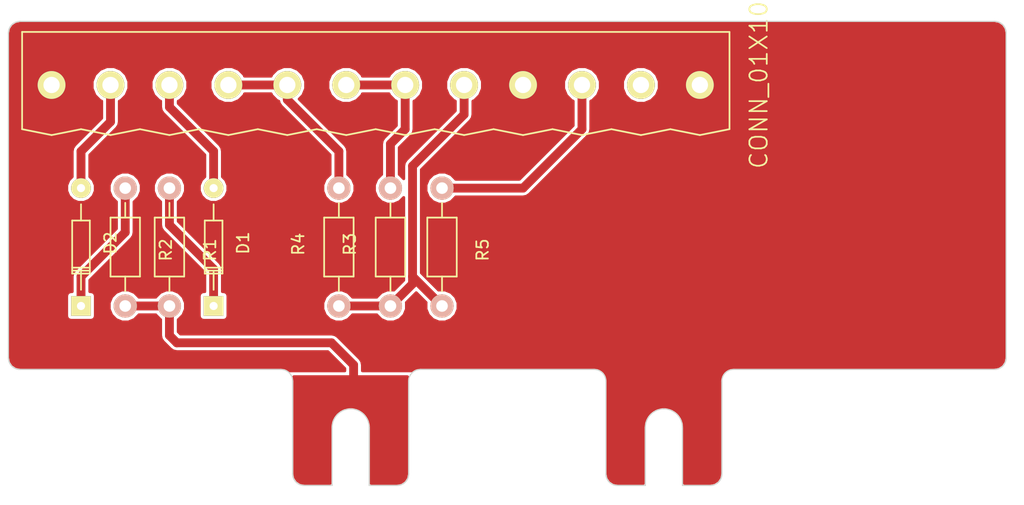
<source format=kicad_pcb>
(kicad_pcb (version 4) (host pcbnew 4.0.2+dfsg1-stable)

  (general
    (links 15)
    (no_connects 0)
    (area 104.775 62.906 193.040001 106.680001)
    (thickness 1.6)
    (drawings 32)
    (tracks 36)
    (zones 0)
    (modules 8)
    (nets 12)
  )

  (page A4)
  (layers
    (0 F.Cu signal)
    (31 B.Cu signal hide)
    (32 B.Adhes user hide)
    (33 F.Adhes user hide)
    (34 B.Paste user hide)
    (35 F.Paste user hide)
    (36 B.SilkS user hide)
    (37 F.SilkS user)
    (38 B.Mask user hide)
    (39 F.Mask user)
    (40 Dwgs.User user hide)
    (41 Cmts.User user hide)
    (42 Eco1.User user hide)
    (43 Eco2.User user hide)
    (44 Edge.Cuts user)
    (45 Margin user hide)
    (46 B.CrtYd user hide)
    (47 F.CrtYd user hide)
    (48 B.Fab user hide)
    (49 F.Fab user hide)
  )

  (setup
    (last_trace_width 0.762)
    (trace_clearance 0.254)
    (zone_clearance 0)
    (zone_45_only no)
    (trace_min 0.2)
    (segment_width 0.2)
    (edge_width 0.15)
    (via_size 0.6)
    (via_drill 0.4)
    (via_min_size 0.4)
    (via_min_drill 0.3)
    (uvia_size 0.3)
    (uvia_drill 0.1)
    (uvias_allowed no)
    (uvia_min_size 0.2)
    (uvia_min_drill 0.1)
    (pcb_text_width 0.3)
    (pcb_text_size 1.5 1.5)
    (mod_edge_width 0.15)
    (mod_text_size 1 1)
    (mod_text_width 0.15)
    (pad_size 1.524 1.524)
    (pad_drill 0.762)
    (pad_to_mask_clearance 0.2)
    (aux_axis_origin 0 0)
    (visible_elements FFFFFF7F)
    (pcbplotparams
      (layerselection 0x00000_00000001)
      (usegerberextensions false)
      (excludeedgelayer true)
      (linewidth 0.100000)
      (plotframeref false)
      (viasonmask false)
      (mode 1)
      (useauxorigin false)
      (hpglpennumber 1)
      (hpglpenspeed 20)
      (hpglpendiameter 15)
      (hpglpenoverlay 2)
      (psnegative false)
      (psa4output false)
      (plotreference true)
      (plotvalue true)
      (plotinvisibletext false)
      (padsonsilk false)
      (subtractmaskfromsilk false)
      (outputformat 1)
      (mirror false)
      (drillshape 0)
      (scaleselection 1)
      (outputdirectory output/))
  )

  (net 0 "")
  (net 1 EN2)
  (net 2 "Net-(D1-Pad1)")
  (net 3 EN1)
  (net 4 "Net-(D2-Pad1)")
  (net 5 LED2)
  (net 6 LED1)
  (net 7 GND)
  (net 8 24V)
  (net 9 FB2)
  (net 10 FB1)
  (net 11 SSR)

  (net_class Default "This is the default net class."
    (clearance 0.254)
    (trace_width 0.762)
    (via_dia 0.6)
    (via_drill 0.4)
    (uvia_dia 0.3)
    (uvia_drill 0.1)
    (add_net 24V)
    (add_net EN1)
    (add_net EN2)
    (add_net FB1)
    (add_net FB2)
    (add_net GND)
    (add_net LED1)
    (add_net LED2)
    (add_net "Net-(D1-Pad1)")
    (add_net "Net-(D2-Pad1)")
    (add_net SSR)
  )

  (module Diodes_ThroughHole:Diode_DO-35_SOD27_Horizontal_RM10 (layer F.Cu) (tedit 552FFC30) (tstamp 5D910654)
    (at 123.19 89.535 90)
    (descr "Diode, DO-35,  SOD27, Horizontal, RM 10mm")
    (tags "Diode, DO-35, SOD27, Horizontal, RM 10mm, 1N4148,")
    (path /5D8E3D98)
    (fp_text reference D1 (at 5.43052 2.53746 90) (layer F.SilkS)
      (effects (font (size 1 1) (thickness 0.15)))
    )
    (fp_text value D (at 4.41452 -3.55854 90) (layer F.Fab)
      (effects (font (size 1 1) (thickness 0.15)))
    )
    (fp_line (start 7.36652 -0.00254) (end 8.76352 -0.00254) (layer F.SilkS) (width 0.15))
    (fp_line (start 2.92152 -0.00254) (end 1.39752 -0.00254) (layer F.SilkS) (width 0.15))
    (fp_line (start 3.30252 -0.76454) (end 3.30252 0.75946) (layer F.SilkS) (width 0.15))
    (fp_line (start 3.04852 -0.76454) (end 3.04852 0.75946) (layer F.SilkS) (width 0.15))
    (fp_line (start 2.79452 -0.00254) (end 2.79452 0.75946) (layer F.SilkS) (width 0.15))
    (fp_line (start 2.79452 0.75946) (end 7.36652 0.75946) (layer F.SilkS) (width 0.15))
    (fp_line (start 7.36652 0.75946) (end 7.36652 -0.76454) (layer F.SilkS) (width 0.15))
    (fp_line (start 7.36652 -0.76454) (end 2.79452 -0.76454) (layer F.SilkS) (width 0.15))
    (fp_line (start 2.79452 -0.76454) (end 2.79452 -0.00254) (layer F.SilkS) (width 0.15))
    (pad 2 thru_hole circle (at 10.16052 -0.00254 270) (size 1.69926 1.69926) (drill 0.70104) (layers *.Cu *.Mask F.SilkS)
      (net 1 EN2))
    (pad 1 thru_hole rect (at 0.00052 -0.00254 270) (size 1.69926 1.69926) (drill 0.70104) (layers *.Cu *.Mask F.SilkS)
      (net 2 "Net-(D1-Pad1)"))
    (model Diodes_ThroughHole.3dshapes/Diode_DO-35_SOD27_Horizontal_RM10.wrl
      (at (xyz 0.2 0 0))
      (scale (xyz 0.4 0.4 0.4))
      (rotate (xyz 0 0 180))
    )
  )

  (module Diodes_ThroughHole:Diode_DO-35_SOD27_Horizontal_RM10 (layer F.Cu) (tedit 552FFC30) (tstamp 5D910663)
    (at 111.76 89.535 90)
    (descr "Diode, DO-35,  SOD27, Horizontal, RM 10mm")
    (tags "Diode, DO-35, SOD27, Horizontal, RM 10mm, 1N4148,")
    (path /5D8E3E17)
    (fp_text reference D2 (at 5.43052 2.53746 90) (layer F.SilkS)
      (effects (font (size 1 1) (thickness 0.15)))
    )
    (fp_text value D (at 4.41452 -3.55854 90) (layer F.Fab)
      (effects (font (size 1 1) (thickness 0.15)))
    )
    (fp_line (start 7.36652 -0.00254) (end 8.76352 -0.00254) (layer F.SilkS) (width 0.15))
    (fp_line (start 2.92152 -0.00254) (end 1.39752 -0.00254) (layer F.SilkS) (width 0.15))
    (fp_line (start 3.30252 -0.76454) (end 3.30252 0.75946) (layer F.SilkS) (width 0.15))
    (fp_line (start 3.04852 -0.76454) (end 3.04852 0.75946) (layer F.SilkS) (width 0.15))
    (fp_line (start 2.79452 -0.00254) (end 2.79452 0.75946) (layer F.SilkS) (width 0.15))
    (fp_line (start 2.79452 0.75946) (end 7.36652 0.75946) (layer F.SilkS) (width 0.15))
    (fp_line (start 7.36652 0.75946) (end 7.36652 -0.76454) (layer F.SilkS) (width 0.15))
    (fp_line (start 7.36652 -0.76454) (end 2.79452 -0.76454) (layer F.SilkS) (width 0.15))
    (fp_line (start 2.79452 -0.76454) (end 2.79452 -0.00254) (layer F.SilkS) (width 0.15))
    (pad 2 thru_hole circle (at 10.16052 -0.00254 270) (size 1.69926 1.69926) (drill 0.70104) (layers *.Cu *.Mask F.SilkS)
      (net 3 EN1))
    (pad 1 thru_hole rect (at 0.00052 -0.00254 270) (size 1.69926 1.69926) (drill 0.70104) (layers *.Cu *.Mask F.SilkS)
      (net 4 "Net-(D2-Pad1)"))
    (model Diodes_ThroughHole.3dshapes/Diode_DO-35_SOD27_Horizontal_RM10.wrl
      (at (xyz 0.2 0 0))
      (scale (xyz 0.4 0.4 0.4))
      (rotate (xyz 0 0 180))
    )
  )

  (module Resistors_ThroughHole:Resistor_Horizontal_RM10mm (layer F.Cu) (tedit 56648415) (tstamp 5D91069F)
    (at 119.38 79.375 270)
    (descr "Resistor, Axial,  RM 10mm, 1/3W")
    (tags "Resistor Axial RM 10mm 1/3W")
    (path /5D8E3C42)
    (fp_text reference R1 (at 5.32892 -3.50012 270) (layer F.SilkS)
      (effects (font (size 1 1) (thickness 0.15)))
    )
    (fp_text value 10k (at 5.08 3.81 270) (layer F.Fab)
      (effects (font (size 1 1) (thickness 0.15)))
    )
    (fp_line (start -1.25 -1.5) (end 11.4 -1.5) (layer F.CrtYd) (width 0.05))
    (fp_line (start -1.25 1.5) (end -1.25 -1.5) (layer F.CrtYd) (width 0.05))
    (fp_line (start 11.4 -1.5) (end 11.4 1.5) (layer F.CrtYd) (width 0.05))
    (fp_line (start -1.25 1.5) (end 11.4 1.5) (layer F.CrtYd) (width 0.05))
    (fp_line (start 2.54 -1.27) (end 7.62 -1.27) (layer F.SilkS) (width 0.15))
    (fp_line (start 7.62 -1.27) (end 7.62 1.27) (layer F.SilkS) (width 0.15))
    (fp_line (start 7.62 1.27) (end 2.54 1.27) (layer F.SilkS) (width 0.15))
    (fp_line (start 2.54 1.27) (end 2.54 -1.27) (layer F.SilkS) (width 0.15))
    (fp_line (start 2.54 0) (end 1.27 0) (layer F.SilkS) (width 0.15))
    (fp_line (start 7.62 0) (end 8.89 0) (layer F.SilkS) (width 0.15))
    (pad 1 thru_hole circle (at 0 0 270) (size 1.99898 1.99898) (drill 1.00076) (layers *.Cu *.SilkS *.Mask)
      (net 2 "Net-(D1-Pad1)"))
    (pad 2 thru_hole circle (at 10.16 0 270) (size 1.99898 1.99898) (drill 1.00076) (layers *.Cu *.SilkS *.Mask)
      (net 11 SSR))
    (model Resistors_ThroughHole.3dshapes/Resistor_Horizontal_RM10mm.wrl
      (at (xyz 0 0 0))
      (scale (xyz 0.4 0.4 0.4))
      (rotate (xyz 0 0 0))
    )
  )

  (module Resistors_ThroughHole:Resistor_Horizontal_RM10mm (layer F.Cu) (tedit 56648415) (tstamp 5D9106AF)
    (at 115.57 79.375 270)
    (descr "Resistor, Axial,  RM 10mm, 1/3W")
    (tags "Resistor Axial RM 10mm 1/3W")
    (path /5D8E3CD9)
    (fp_text reference R2 (at 5.32892 -3.50012 270) (layer F.SilkS)
      (effects (font (size 1 1) (thickness 0.15)))
    )
    (fp_text value 10k (at 5.08 3.81 270) (layer F.Fab)
      (effects (font (size 1 1) (thickness 0.15)))
    )
    (fp_line (start -1.25 -1.5) (end 11.4 -1.5) (layer F.CrtYd) (width 0.05))
    (fp_line (start -1.25 1.5) (end -1.25 -1.5) (layer F.CrtYd) (width 0.05))
    (fp_line (start 11.4 -1.5) (end 11.4 1.5) (layer F.CrtYd) (width 0.05))
    (fp_line (start -1.25 1.5) (end 11.4 1.5) (layer F.CrtYd) (width 0.05))
    (fp_line (start 2.54 -1.27) (end 7.62 -1.27) (layer F.SilkS) (width 0.15))
    (fp_line (start 7.62 -1.27) (end 7.62 1.27) (layer F.SilkS) (width 0.15))
    (fp_line (start 7.62 1.27) (end 2.54 1.27) (layer F.SilkS) (width 0.15))
    (fp_line (start 2.54 1.27) (end 2.54 -1.27) (layer F.SilkS) (width 0.15))
    (fp_line (start 2.54 0) (end 1.27 0) (layer F.SilkS) (width 0.15))
    (fp_line (start 7.62 0) (end 8.89 0) (layer F.SilkS) (width 0.15))
    (pad 1 thru_hole circle (at 0 0 270) (size 1.99898 1.99898) (drill 1.00076) (layers *.Cu *.SilkS *.Mask)
      (net 4 "Net-(D2-Pad1)"))
    (pad 2 thru_hole circle (at 10.16 0 270) (size 1.99898 1.99898) (drill 1.00076) (layers *.Cu *.SilkS *.Mask)
      (net 11 SSR))
    (model Resistors_ThroughHole.3dshapes/Resistor_Horizontal_RM10mm.wrl
      (at (xyz 0 0 0))
      (scale (xyz 0.4 0.4 0.4))
      (rotate (xyz 0 0 0))
    )
  )

  (module Resistors_ThroughHole:Resistor_Horizontal_RM10mm (layer F.Cu) (tedit 56648415) (tstamp 5D9106BF)
    (at 138.43 89.535 90)
    (descr "Resistor, Axial,  RM 10mm, 1/3W")
    (tags "Resistor Axial RM 10mm 1/3W")
    (path /5D8E3D20)
    (fp_text reference R3 (at 5.32892 -3.50012 90) (layer F.SilkS)
      (effects (font (size 1 1) (thickness 0.15)))
    )
    (fp_text value 3k3 (at 5.08 3.81 90) (layer F.Fab)
      (effects (font (size 1 1) (thickness 0.15)))
    )
    (fp_line (start -1.25 -1.5) (end 11.4 -1.5) (layer F.CrtYd) (width 0.05))
    (fp_line (start -1.25 1.5) (end -1.25 -1.5) (layer F.CrtYd) (width 0.05))
    (fp_line (start 11.4 -1.5) (end 11.4 1.5) (layer F.CrtYd) (width 0.05))
    (fp_line (start -1.25 1.5) (end 11.4 1.5) (layer F.CrtYd) (width 0.05))
    (fp_line (start 2.54 -1.27) (end 7.62 -1.27) (layer F.SilkS) (width 0.15))
    (fp_line (start 7.62 -1.27) (end 7.62 1.27) (layer F.SilkS) (width 0.15))
    (fp_line (start 7.62 1.27) (end 2.54 1.27) (layer F.SilkS) (width 0.15))
    (fp_line (start 2.54 1.27) (end 2.54 -1.27) (layer F.SilkS) (width 0.15))
    (fp_line (start 2.54 0) (end 1.27 0) (layer F.SilkS) (width 0.15))
    (fp_line (start 7.62 0) (end 8.89 0) (layer F.SilkS) (width 0.15))
    (pad 1 thru_hole circle (at 0 0 90) (size 1.99898 1.99898) (drill 1.00076) (layers *.Cu *.SilkS *.Mask)
      (net 8 24V))
    (pad 2 thru_hole circle (at 10.16 0 90) (size 1.99898 1.99898) (drill 1.00076) (layers *.Cu *.SilkS *.Mask)
      (net 9 FB2))
    (model Resistors_ThroughHole.3dshapes/Resistor_Horizontal_RM10mm.wrl
      (at (xyz 0 0 0))
      (scale (xyz 0.4 0.4 0.4))
      (rotate (xyz 0 0 0))
    )
  )

  (module Resistors_ThroughHole:Resistor_Horizontal_RM10mm (layer F.Cu) (tedit 56648415) (tstamp 5D9106CF)
    (at 133.985 89.535 90)
    (descr "Resistor, Axial,  RM 10mm, 1/3W")
    (tags "Resistor Axial RM 10mm 1/3W")
    (path /5D8E3D61)
    (fp_text reference R4 (at 5.32892 -3.50012 90) (layer F.SilkS)
      (effects (font (size 1 1) (thickness 0.15)))
    )
    (fp_text value 3k3 (at 5.08 3.81 90) (layer F.Fab)
      (effects (font (size 1 1) (thickness 0.15)))
    )
    (fp_line (start -1.25 -1.5) (end 11.4 -1.5) (layer F.CrtYd) (width 0.05))
    (fp_line (start -1.25 1.5) (end -1.25 -1.5) (layer F.CrtYd) (width 0.05))
    (fp_line (start 11.4 -1.5) (end 11.4 1.5) (layer F.CrtYd) (width 0.05))
    (fp_line (start -1.25 1.5) (end 11.4 1.5) (layer F.CrtYd) (width 0.05))
    (fp_line (start 2.54 -1.27) (end 7.62 -1.27) (layer F.SilkS) (width 0.15))
    (fp_line (start 7.62 -1.27) (end 7.62 1.27) (layer F.SilkS) (width 0.15))
    (fp_line (start 7.62 1.27) (end 2.54 1.27) (layer F.SilkS) (width 0.15))
    (fp_line (start 2.54 1.27) (end 2.54 -1.27) (layer F.SilkS) (width 0.15))
    (fp_line (start 2.54 0) (end 1.27 0) (layer F.SilkS) (width 0.15))
    (fp_line (start 7.62 0) (end 8.89 0) (layer F.SilkS) (width 0.15))
    (pad 1 thru_hole circle (at 0 0 90) (size 1.99898 1.99898) (drill 1.00076) (layers *.Cu *.SilkS *.Mask)
      (net 8 24V))
    (pad 2 thru_hole circle (at 10.16 0 90) (size 1.99898 1.99898) (drill 1.00076) (layers *.Cu *.SilkS *.Mask)
      (net 10 FB1))
    (model Resistors_ThroughHole.3dshapes/Resistor_Horizontal_RM10mm.wrl
      (at (xyz 0 0 0))
      (scale (xyz 0.4 0.4 0.4))
      (rotate (xyz 0 0 0))
    )
  )

  (module Resistors_ThroughHole:Resistor_Horizontal_RM10mm (layer F.Cu) (tedit 56648415) (tstamp 5D9106DF)
    (at 142.875 79.375 270)
    (descr "Resistor, Axial,  RM 10mm, 1/3W")
    (tags "Resistor Axial RM 10mm 1/3W")
    (path /5D8E499A)
    (fp_text reference R5 (at 5.32892 -3.50012 270) (layer F.SilkS)
      (effects (font (size 1 1) (thickness 0.15)))
    )
    (fp_text value 1K5 (at 5.08 3.81 270) (layer F.Fab)
      (effects (font (size 1 1) (thickness 0.15)))
    )
    (fp_line (start -1.25 -1.5) (end 11.4 -1.5) (layer F.CrtYd) (width 0.05))
    (fp_line (start -1.25 1.5) (end -1.25 -1.5) (layer F.CrtYd) (width 0.05))
    (fp_line (start 11.4 -1.5) (end 11.4 1.5) (layer F.CrtYd) (width 0.05))
    (fp_line (start -1.25 1.5) (end 11.4 1.5) (layer F.CrtYd) (width 0.05))
    (fp_line (start 2.54 -1.27) (end 7.62 -1.27) (layer F.SilkS) (width 0.15))
    (fp_line (start 7.62 -1.27) (end 7.62 1.27) (layer F.SilkS) (width 0.15))
    (fp_line (start 7.62 1.27) (end 2.54 1.27) (layer F.SilkS) (width 0.15))
    (fp_line (start 2.54 1.27) (end 2.54 -1.27) (layer F.SilkS) (width 0.15))
    (fp_line (start 2.54 0) (end 1.27 0) (layer F.SilkS) (width 0.15))
    (fp_line (start 7.62 0) (end 8.89 0) (layer F.SilkS) (width 0.15))
    (pad 1 thru_hole circle (at 0 0 270) (size 1.99898 1.99898) (drill 1.00076) (layers *.Cu *.SilkS *.Mask)
      (net 6 LED1))
    (pad 2 thru_hole circle (at 10.16 0 270) (size 1.99898 1.99898) (drill 1.00076) (layers *.Cu *.SilkS *.Mask)
      (net 8 24V))
    (model Resistors_ThroughHole.3dshapes/Resistor_Horizontal_RM10mm.wrl
      (at (xyz 0 0 0))
      (scale (xyz 0.4 0.4 0.4))
      (rotate (xyz 0 0 0))
    )
  )

  (module Connectors_BJH:Weidmuller-SL-5.08-Vertical-12Pole (layer F.Cu) (tedit 55B8C7E8) (tstamp 5D95127E)
    (at 109.22 70.485)
    (path /5D8E454C)
    (fp_text reference P1 (at 5.588 -5.588) (layer F.SilkS) hide
      (effects (font (size 1.5 1.5) (thickness 0.15)))
    )
    (fp_text value CONN_01X10 (at 60.96 0 90) (layer F.SilkS)
      (effects (font (size 1.5 1.5) (thickness 0.15)))
    )
    (fp_line (start -2.54 3.81) (end 0 4.318) (layer F.SilkS) (width 0.15))
    (fp_line (start 0 4.318) (end 2.54 3.81) (layer F.SilkS) (width 0.15))
    (fp_line (start 2.54 3.81) (end 5.08 4.318) (layer F.SilkS) (width 0.15))
    (fp_line (start 5.08 4.318) (end 7.62 3.81) (layer F.SilkS) (width 0.15))
    (fp_line (start 7.62 3.81) (end 10.16 4.318) (layer F.SilkS) (width 0.15))
    (fp_line (start 10.16 4.318) (end 12.7 3.81) (layer F.SilkS) (width 0.15))
    (fp_line (start 12.7 3.81) (end 15.24 4.318) (layer F.SilkS) (width 0.15))
    (fp_line (start 15.24 4.318) (end 17.78 3.81) (layer F.SilkS) (width 0.15))
    (fp_line (start 17.78 3.81) (end 20.32 4.318) (layer F.SilkS) (width 0.15))
    (fp_line (start 20.32 4.318) (end 22.86 3.81) (layer F.SilkS) (width 0.15))
    (fp_line (start 22.86 3.81) (end 25.4 4.318) (layer F.SilkS) (width 0.15))
    (fp_line (start 25.4 4.318) (end 27.94 3.81) (layer F.SilkS) (width 0.15))
    (fp_line (start 27.94 3.81) (end 30.48 4.318) (layer F.SilkS) (width 0.15))
    (fp_line (start 30.48 4.318) (end 33.02 3.81) (layer F.SilkS) (width 0.15))
    (fp_line (start 33.02 3.81) (end 35.56 4.318) (layer F.SilkS) (width 0.15))
    (fp_line (start 35.56 4.318) (end 38.1 3.81) (layer F.SilkS) (width 0.15))
    (fp_line (start 38.1 3.81) (end 40.64 4.318) (layer F.SilkS) (width 0.15))
    (fp_line (start 40.64 4.318) (end 43.18 3.81) (layer F.SilkS) (width 0.15))
    (fp_line (start 43.18 3.81) (end 45.72 4.318) (layer F.SilkS) (width 0.15))
    (fp_line (start 45.72 4.318) (end 48.26 3.81) (layer F.SilkS) (width 0.15))
    (fp_line (start 48.26 3.81) (end 50.8 4.318) (layer F.SilkS) (width 0.15))
    (fp_line (start 50.8 4.318) (end 53.34 3.81) (layer F.SilkS) (width 0.15))
    (fp_line (start 53.34 3.81) (end 55.88 4.318) (layer F.SilkS) (width 0.15))
    (fp_line (start 55.88 4.318) (end 58.42 3.81) (layer F.SilkS) (width 0.15))
    (fp_line (start -2.54 -4.572) (end 58.42 -4.572) (layer F.SilkS) (width 0.15))
    (fp_line (start 58.43524 -4.572) (end 58.43524 3.81) (layer F.SilkS) (width 0.15))
    (fp_line (start -2.54 -4.572) (end -2.54 3.81) (layer F.SilkS) (width 0.15))
    (pad 1 thru_hole circle (at 0 0) (size 2.4 2.4) (drill 1.4) (layers *.Cu *.Mask F.SilkS)
      (net 7 GND))
    (pad 2 thru_hole circle (at 5.08 0) (size 2.4 2.4) (drill 1.4) (layers *.Cu *.Mask F.SilkS)
      (net 3 EN1))
    (pad 3 thru_hole circle (at 10.16 0) (size 2.4 2.4) (drill 1.4) (layers *.Cu *.Mask F.SilkS)
      (net 1 EN2))
    (pad 4 thru_hole circle (at 15.24 0) (size 2.4 2.4) (drill 1.4) (layers *.Cu *.Mask F.SilkS)
      (net 10 FB1))
    (pad 5 thru_hole circle (at 20.32 0) (size 2.4 2.4) (drill 1.4) (layers *.Cu *.Mask F.SilkS)
      (net 10 FB1))
    (pad 6 thru_hole circle (at 25.4 0) (size 2.4 2.4) (drill 1.4) (layers *.Cu *.Mask F.SilkS)
      (net 9 FB2))
    (pad 7 thru_hole circle (at 30.48 0) (size 2.4 2.4) (drill 1.4) (layers *.Cu *.Mask F.SilkS)
      (net 9 FB2))
    (pad 8 thru_hole circle (at 35.56 0) (size 2.4 2.4) (drill 1.4) (layers *.Cu *.Mask F.SilkS)
      (net 8 24V))
    (pad 9 thru_hole circle (at 40.64 0) (size 2.4 2.4) (drill 1.4) (layers *.Cu *.Mask F.SilkS)
      (net 7 GND))
    (pad 10 thru_hole circle (at 45.72 0) (size 2.4 2.4) (drill 1.4) (layers *.Cu *.Mask F.SilkS)
      (net 6 LED1))
    (pad 11 thru_hole circle (at 50.8 0) (size 2.4 2.4) (drill 1.4) (layers *.Cu *.Mask F.SilkS)
      (net 5 LED2))
    (pad 12 thru_hole circle (at 55.88 0) (size 2.4 2.4) (drill 1.4) (layers *.Cu *.Mask F.SilkS)
      (net 7 GND))
  )

  (gr_arc (start 129.0011 96.0036) (end 130.0011 96.0036) (angle -90) (layer Edge.Cuts) (width 0.1))
  (gr_line (start 106.5011 95.0036) (end 129.0011 95.0036) (layer Edge.Cuts) (width 0.1))
  (gr_arc (start 106.5011 94.0036) (end 105.5011 94.0036) (angle -90) (layer Edge.Cuts) (width 0.1))
  (gr_line (start 105.5011 66.0036) (end 105.5011 94.0036) (layer Edge.Cuts) (width 0.1))
  (gr_arc (start 106.5011 66.0036) (end 106.5011 65.0036) (angle -90) (layer Edge.Cuts) (width 0.1))
  (gr_line (start 106.5011 65.0036) (end 190.5011 65.0036) (layer Edge.Cuts) (width 0.1))
  (gr_arc (start 190.5011 66.0036) (end 191.5011 66.0036) (angle -90) (layer Edge.Cuts) (width 0.1))
  (gr_line (start 191.5011 66.0036) (end 191.5011 94.0036) (layer Edge.Cuts) (width 0.1))
  (gr_arc (start 190.5011 94.0036) (end 190.5011 95.0036) (angle -90) (layer Edge.Cuts) (width 0.1))
  (gr_line (start 190.5011 95.0036) (end 168.0011 95.0036) (layer Edge.Cuts) (width 0.1))
  (gr_arc (start 168.0011 96.0036) (end 168.0011 95.0036) (angle -90) (layer Edge.Cuts) (width 0.1))
  (gr_line (start 167.0011 96.0036) (end 167.0011 104.0036) (layer Edge.Cuts) (width 0.1))
  (gr_arc (start 166.0011 104.0036) (end 166.0011 105.0036) (angle -90) (layer Edge.Cuts) (width 0.1))
  (gr_line (start 166.0011 105.0036) (end 163.6011 105.0036) (layer Edge.Cuts) (width 0.1))
  (gr_line (start 163.6011 105.0036) (end 163.6011 100.0036) (layer Edge.Cuts) (width 0.1))
  (gr_arc (start 162.0011 100.0036) (end 163.6011 100.0036) (angle -180) (layer Edge.Cuts) (width 0.1))
  (gr_line (start 160.4011 105.0036) (end 160.4011 100.0036) (layer Edge.Cuts) (width 0.1))
  (gr_line (start 160.4011 105.0036) (end 158.0011 105.0036) (layer Edge.Cuts) (width 0.1))
  (gr_arc (start 158.0011 104.0036) (end 157.0011 104.0036) (angle -90) (layer Edge.Cuts) (width 0.1))
  (gr_line (start 157.0011 104.0036) (end 157.0011 96.0036) (layer Edge.Cuts) (width 0.1))
  (gr_arc (start 156.0011 96.0036) (end 157.0011 96.0036) (angle -90) (layer Edge.Cuts) (width 0.1))
  (gr_line (start 141.0011 95.0036) (end 156.0011 95.0036) (layer Edge.Cuts) (width 0.1))
  (gr_arc (start 141.0011 96.0036) (end 141.0011 95.0036) (angle -90) (layer Edge.Cuts) (width 0.1))
  (gr_line (start 140.0011 104.0036) (end 140.0011 96.0036) (layer Edge.Cuts) (width 0.1))
  (gr_arc (start 139.0011 104.0036) (end 139.0011 105.0036) (angle -90) (layer Edge.Cuts) (width 0.1))
  (gr_line (start 136.6011 105.0036) (end 139.0011 105.0036) (layer Edge.Cuts) (width 0.1))
  (gr_line (start 136.6011 105.0036) (end 136.6011 100.0036) (layer Edge.Cuts) (width 0.1))
  (gr_arc (start 135.0011 100.0036) (end 136.6011 100.0036) (angle -180) (layer Edge.Cuts) (width 0.1))
  (gr_line (start 133.4011 105.0036) (end 133.4011 100.0036) (layer Edge.Cuts) (width 0.1))
  (gr_line (start 131.0011 105.0036) (end 133.4011 105.0036) (layer Edge.Cuts) (width 0.1))
  (gr_arc (start 131.0011 104.0036) (end 130.0011 104.0036) (angle -90) (layer Edge.Cuts) (width 0.1))
  (gr_line (start 130.0011 96.0036) (end 130.0011 104.0036) (layer Edge.Cuts) (width 0.1))

  (segment (start 119.38 70.485) (end 119.38 72.39) (width 0.762) (layer F.Cu) (net 1) (status 400000))
  (segment (start 123.18746 76.19746) (end 123.18746 79.37448) (width 0.762) (layer F.Cu) (net 1) (tstamp 5D9518B6) (status 800000))
  (segment (start 119.38 72.39) (end 123.18746 76.19746) (width 0.762) (layer F.Cu) (net 1) (tstamp 5D9518B5))
  (segment (start 123.18746 89.53448) (end 123.18746 86.35746) (width 0.762) (layer F.Cu) (net 2) (status 400000))
  (segment (start 119.38 82.55) (end 119.38 79.375) (width 0.762) (layer F.Cu) (net 2) (tstamp 5D9518C1) (status 800000))
  (segment (start 123.18746 86.35746) (end 119.38 82.55) (width 0.762) (layer F.Cu) (net 2) (tstamp 5D9518C0))
  (segment (start 114.3 70.485) (end 114.3 73.66) (width 0.762) (layer F.Cu) (net 3) (status 400000))
  (segment (start 111.75746 76.20254) (end 111.75746 79.37448) (width 0.762) (layer F.Cu) (net 3) (tstamp 5D9518B2) (status 800000))
  (segment (start 114.3 73.66) (end 111.75746 76.20254) (width 0.762) (layer F.Cu) (net 3) (tstamp 5D9518B1))
  (segment (start 111.75746 89.53448) (end 111.75746 86.99754) (width 0.762) (layer F.Cu) (net 4) (status 400000))
  (segment (start 115.57 83.185) (end 115.57 79.375) (width 0.762) (layer F.Cu) (net 4) (tstamp 5D9518C6) (status 800000))
  (segment (start 111.75746 86.99754) (end 115.57 83.185) (width 0.762) (layer F.Cu) (net 4) (tstamp 5D9518C5))
  (segment (start 142.875 79.375) (end 149.86 79.375) (width 0.762) (layer F.Cu) (net 6) (status 400000))
  (segment (start 154.94 74.295) (end 154.94 70.485) (width 0.762) (layer F.Cu) (net 6) (tstamp 5D9518E3) (status 800000))
  (segment (start 149.86 79.375) (end 154.94 74.295) (width 0.762) (layer F.Cu) (net 6) (tstamp 5D9518E1))
  (segment (start 138.43 89.535) (end 133.985 89.535) (width 0.762) (layer F.Cu) (net 8) (status C00000))
  (segment (start 140.335 86.995) (end 140.335 87.63) (width 0.762) (layer F.Cu) (net 8))
  (segment (start 140.335 87.63) (end 138.43 89.535) (width 0.762) (layer F.Cu) (net 8) (tstamp 5D9518DC) (status 800000))
  (segment (start 144.78 70.485) (end 144.78 73.025) (width 0.762) (layer F.Cu) (net 8) (status 400000))
  (segment (start 140.335 86.995) (end 142.875 89.535) (width 0.762) (layer F.Cu) (net 8) (tstamp 5D9518D9) (status 800000))
  (segment (start 140.335 77.47) (end 140.335 86.995) (width 0.762) (layer F.Cu) (net 8) (tstamp 5D9518D7))
  (segment (start 144.78 73.025) (end 140.335 77.47) (width 0.762) (layer F.Cu) (net 8) (tstamp 5D9518D6))
  (segment (start 139.7 70.485) (end 139.7 74.295) (width 0.762) (layer F.Cu) (net 9) (status 400000))
  (segment (start 138.43 75.565) (end 138.43 79.375) (width 0.762) (layer F.Cu) (net 9) (tstamp 5D9518D3) (status 800000))
  (segment (start 139.7 74.295) (end 138.43 75.565) (width 0.762) (layer F.Cu) (net 9) (tstamp 5D9518D2))
  (segment (start 134.62 70.485) (end 139.7 70.485) (width 0.762) (layer F.Cu) (net 9) (status C00000))
  (segment (start 124.46 70.485) (end 129.54 70.485) (width 0.762) (layer F.Cu) (net 10) (status C00000))
  (segment (start 133.985 79.375) (end 133.985 76.2) (width 0.762) (layer F.Cu) (net 10) (status 400000))
  (segment (start 129.54 71.755) (end 129.54 70.485) (width 0.762) (layer F.Cu) (net 10) (tstamp 5D9518CB) (status 800000))
  (segment (start 133.985 76.2) (end 129.54 71.755) (width 0.762) (layer F.Cu) (net 10) (tstamp 5D9518CA))
  (segment (start 119.38 89.535) (end 119.38 92.075) (width 0.762) (layer F.Cu) (net 11) (status 400000))
  (segment (start 135.255 94.615) (end 135.255 96.52) (width 0.762) (layer F.Cu) (net 11) (tstamp 5D9518EC))
  (segment (start 133.35 92.71) (end 135.255 94.615) (width 0.762) (layer F.Cu) (net 11) (tstamp 5D9518EB))
  (segment (start 120.015 92.71) (end 133.35 92.71) (width 0.762) (layer F.Cu) (net 11) (tstamp 5D9518EA))
  (segment (start 119.38 92.075) (end 120.015 92.71) (width 0.762) (layer F.Cu) (net 11) (tstamp 5D9518E9))
  (segment (start 115.57 89.535) (end 119.38 89.535) (width 0.762) (layer F.Cu) (net 11) (status C00000))

  (zone (net 7) (net_name GND) (layer F.Cu) (tstamp 5D9518EF) (hatch edge 0.508)
    (connect_pads yes (clearance 0))
    (min_thickness 0.254)
    (fill yes (arc_segments 16) (thermal_gap 0.508) (thermal_bridge_width 0.508))
    (polygon
      (pts
        (xy 193.04 95.885) (xy 173.355 95.885) (xy 173.355 106.68) (xy 148.59 106.68) (xy 148.59 95.25)
        (xy 104.775 95.25) (xy 104.775 64.135) (xy 193.04 64.135) (xy 193.04 95.885)
      )
    )
    (filled_polygon
      (pts
        (xy 190.814721 65.24645) (xy 191.080597 65.424103) (xy 191.25825 65.689979) (xy 191.3241 66.021033) (xy 191.3241 93.986167)
        (xy 191.25825 94.317221) (xy 191.080597 94.583097) (xy 190.814721 94.76075) (xy 190.483667 94.8266) (xy 168.0011 94.8266)
        (xy 167.984002 94.830001) (xy 167.966569 94.830001) (xy 167.583886 94.906121) (xy 167.520081 94.932549) (xy 167.520078 94.932552)
        (xy 167.195657 95.149323) (xy 167.146823 95.198157) (xy 166.930052 95.522578) (xy 166.930049 95.522581) (xy 166.903621 95.586386)
        (xy 166.827501 95.969069) (xy 166.827501 95.986502) (xy 166.8241 96.0036) (xy 166.8241 103.986167) (xy 166.75825 104.317221)
        (xy 166.580597 104.583097) (xy 166.314721 104.76075) (xy 165.983667 104.8266) (xy 163.7781 104.8266) (xy 163.7781 100.0036)
        (xy 163.774699 99.986502) (xy 163.774699 99.969069) (xy 163.652906 99.356776) (xy 163.626477 99.292971) (xy 163.626476 99.29297)
        (xy 163.279641 98.773893) (xy 163.279641 98.773892) (xy 163.255224 98.749476) (xy 163.230807 98.725059) (xy 163.230804 98.725058)
        (xy 162.711732 98.378225) (xy 162.71173 98.378223) (xy 162.647924 98.351794) (xy 162.035631 98.230001) (xy 161.966569 98.230001)
        (xy 161.354276 98.351794) (xy 161.290471 98.378223) (xy 160.771395 98.725058) (xy 160.771392 98.725059) (xy 160.746976 98.749476)
        (xy 160.722559 98.773893) (xy 160.722559 98.773894) (xy 160.375725 99.292968) (xy 160.375723 99.29297) (xy 160.349294 99.356776)
        (xy 160.227501 99.969069) (xy 160.227501 99.986502) (xy 160.2241 100.0036) (xy 160.2241 104.8266) (xy 158.018533 104.8266)
        (xy 157.687479 104.76075) (xy 157.421603 104.583097) (xy 157.24395 104.317221) (xy 157.1781 103.986167) (xy 157.1781 96.0036)
        (xy 157.174699 95.986502) (xy 157.174699 95.969069) (xy 157.098579 95.586386) (xy 157.072151 95.522581) (xy 157.072148 95.522578)
        (xy 156.855377 95.198157) (xy 156.806543 95.149323) (xy 156.482122 94.932552) (xy 156.482119 94.932549) (xy 156.418314 94.906121)
        (xy 156.035631 94.830001) (xy 156.018198 94.830001) (xy 156.0011 94.8266) (xy 141.0011 94.8266) (xy 140.984002 94.830001)
        (xy 140.966569 94.830001) (xy 140.583886 94.906121) (xy 140.520081 94.932549) (xy 140.520078 94.932552) (xy 140.235052 95.123)
        (xy 136.017 95.123) (xy 136.017 94.615) (xy 135.958996 94.323395) (xy 135.793815 94.076185) (xy 133.888815 92.171185)
        (xy 133.744864 92.075) (xy 133.641605 92.006004) (xy 133.35 91.948) (xy 120.330631 91.948) (xy 120.142 91.75937)
        (xy 120.142 90.71384) (xy 120.160963 90.706005) (xy 120.54964 90.318006) (xy 120.760249 89.810801) (xy 120.760729 89.261608)
        (xy 120.551005 88.754037) (xy 120.163006 88.36536) (xy 119.655801 88.154751) (xy 119.106608 88.154271) (xy 118.599037 88.363995)
        (xy 118.21036 88.751994) (xy 118.201638 88.773) (xy 116.74884 88.773) (xy 116.741005 88.754037) (xy 116.353006 88.36536)
        (xy 115.845801 88.154751) (xy 115.296608 88.154271) (xy 114.789037 88.363995) (xy 114.40036 88.751994) (xy 114.189751 89.259199)
        (xy 114.189271 89.808392) (xy 114.398995 90.315963) (xy 114.786994 90.70464) (xy 115.294199 90.915249) (xy 115.843392 90.915729)
        (xy 116.350963 90.706005) (xy 116.73964 90.318006) (xy 116.748362 90.297) (xy 118.20116 90.297) (xy 118.208995 90.315963)
        (xy 118.596994 90.70464) (xy 118.618 90.713362) (xy 118.618 92.075) (xy 118.676004 92.366605) (xy 118.71061 92.418396)
        (xy 118.841185 92.613815) (xy 119.476185 93.248816) (xy 119.624377 93.347834) (xy 119.723395 93.413996) (xy 120.015 93.472)
        (xy 133.03437 93.472) (xy 134.493 94.93063) (xy 134.493 95.123) (xy 129.767148 95.123) (xy 129.482122 94.932552)
        (xy 129.482119 94.932549) (xy 129.418314 94.906121) (xy 129.035631 94.830001) (xy 129.018198 94.830001) (xy 129.0011 94.8266)
        (xy 106.518533 94.8266) (xy 106.187479 94.76075) (xy 105.921603 94.583097) (xy 105.74395 94.317221) (xy 105.6781 93.986167)
        (xy 105.6781 88.68485) (xy 110.519366 88.68485) (xy 110.519366 90.38411) (xy 110.545933 90.5253) (xy 110.629376 90.654975)
        (xy 110.756696 90.741969) (xy 110.90783 90.772574) (xy 112.60709 90.772574) (xy 112.74828 90.746007) (xy 112.877955 90.662564)
        (xy 112.964949 90.535244) (xy 112.995554 90.38411) (xy 112.995554 88.68485) (xy 112.968987 88.54366) (xy 112.885544 88.413985)
        (xy 112.758224 88.326991) (xy 112.60709 88.296386) (xy 112.51946 88.296386) (xy 112.51946 87.31317) (xy 116.108816 83.723815)
        (xy 116.207834 83.575623) (xy 116.273996 83.476605) (xy 116.332 83.185) (xy 116.332 80.55384) (xy 116.350963 80.546005)
        (xy 116.73964 80.158006) (xy 116.950249 79.650801) (xy 116.950251 79.648392) (xy 117.999271 79.648392) (xy 118.208995 80.155963)
        (xy 118.596994 80.54464) (xy 118.618 80.553362) (xy 118.618 82.55) (xy 118.676004 82.841605) (xy 118.841185 83.088815)
        (xy 122.42546 86.673091) (xy 122.42546 88.296386) (xy 122.33783 88.296386) (xy 122.19664 88.322953) (xy 122.066965 88.406396)
        (xy 121.979971 88.533716) (xy 121.949366 88.68485) (xy 121.949366 90.38411) (xy 121.975933 90.5253) (xy 122.059376 90.654975)
        (xy 122.186696 90.741969) (xy 122.33783 90.772574) (xy 124.03709 90.772574) (xy 124.17828 90.746007) (xy 124.307955 90.662564)
        (xy 124.394949 90.535244) (xy 124.425554 90.38411) (xy 124.425554 89.808392) (xy 132.604271 89.808392) (xy 132.813995 90.315963)
        (xy 133.201994 90.70464) (xy 133.709199 90.915249) (xy 134.258392 90.915729) (xy 134.765963 90.706005) (xy 135.15464 90.318006)
        (xy 135.163362 90.297) (xy 137.25116 90.297) (xy 137.258995 90.315963) (xy 137.646994 90.70464) (xy 138.154199 90.915249)
        (xy 138.703392 90.915729) (xy 139.210963 90.706005) (xy 139.59964 90.318006) (xy 139.810249 89.810801) (xy 139.810729 89.261608)
        (xy 139.802043 89.240587) (xy 140.6525 88.39013) (xy 141.502619 89.24025) (xy 141.494751 89.259199) (xy 141.494271 89.808392)
        (xy 141.703995 90.315963) (xy 142.091994 90.70464) (xy 142.599199 90.915249) (xy 143.148392 90.915729) (xy 143.655963 90.706005)
        (xy 144.04464 90.318006) (xy 144.255249 89.810801) (xy 144.255729 89.261608) (xy 144.046005 88.754037) (xy 143.658006 88.36536)
        (xy 143.150801 88.154751) (xy 142.601608 88.154271) (xy 142.580587 88.162957) (xy 141.097 86.67937) (xy 141.097 79.648392)
        (xy 141.494271 79.648392) (xy 141.703995 80.155963) (xy 142.091994 80.54464) (xy 142.599199 80.755249) (xy 143.148392 80.755729)
        (xy 143.655963 80.546005) (xy 144.04464 80.158006) (xy 144.053362 80.137) (xy 149.86 80.137) (xy 150.151605 80.078996)
        (xy 150.398815 79.913815) (xy 155.478815 74.833815) (xy 155.499405 74.803) (xy 155.643996 74.586605) (xy 155.702 74.295)
        (xy 155.702 71.880793) (xy 155.834395 71.826088) (xy 156.279525 71.381734) (xy 156.520725 70.80086) (xy 156.520727 70.798101)
        (xy 158.438726 70.798101) (xy 158.678912 71.379395) (xy 159.123266 71.824525) (xy 159.70414 72.065725) (xy 160.333101 72.066274)
        (xy 160.914395 71.826088) (xy 161.359525 71.381734) (xy 161.600725 70.80086) (xy 161.601274 70.171899) (xy 161.361088 69.590605)
        (xy 160.916734 69.145475) (xy 160.33586 68.904275) (xy 159.706899 68.903726) (xy 159.125605 69.143912) (xy 158.680475 69.588266)
        (xy 158.439275 70.16914) (xy 158.438726 70.798101) (xy 156.520727 70.798101) (xy 156.521274 70.171899) (xy 156.281088 69.590605)
        (xy 155.836734 69.145475) (xy 155.25586 68.904275) (xy 154.626899 68.903726) (xy 154.045605 69.143912) (xy 153.600475 69.588266)
        (xy 153.359275 70.16914) (xy 153.358726 70.798101) (xy 153.598912 71.379395) (xy 154.043266 71.824525) (xy 154.178 71.880471)
        (xy 154.178 73.97937) (xy 149.54437 78.613) (xy 144.05384 78.613) (xy 144.046005 78.594037) (xy 143.658006 78.20536)
        (xy 143.150801 77.994751) (xy 142.601608 77.994271) (xy 142.094037 78.203995) (xy 141.70536 78.591994) (xy 141.494751 79.099199)
        (xy 141.494271 79.648392) (xy 141.097 79.648392) (xy 141.097 77.78563) (xy 145.318815 73.563816) (xy 145.483996 73.316605)
        (xy 145.542 73.025) (xy 145.542 71.880793) (xy 145.674395 71.826088) (xy 146.119525 71.381734) (xy 146.360725 70.80086)
        (xy 146.361274 70.171899) (xy 146.121088 69.590605) (xy 145.676734 69.145475) (xy 145.09586 68.904275) (xy 144.466899 68.903726)
        (xy 143.885605 69.143912) (xy 143.440475 69.588266) (xy 143.199275 70.16914) (xy 143.198726 70.798101) (xy 143.438912 71.379395)
        (xy 143.883266 71.824525) (xy 144.018 71.880471) (xy 144.018 72.709369) (xy 139.796185 76.931185) (xy 139.631004 77.178395)
        (xy 139.573 77.47) (xy 139.573 78.565983) (xy 139.213006 78.20536) (xy 139.192 78.196638) (xy 139.192 75.88063)
        (xy 140.238815 74.833816) (xy 140.403996 74.586605) (xy 140.403996 74.586604) (xy 140.462 74.295) (xy 140.462 71.880793)
        (xy 140.594395 71.826088) (xy 141.039525 71.381734) (xy 141.280725 70.80086) (xy 141.281274 70.171899) (xy 141.041088 69.590605)
        (xy 140.596734 69.145475) (xy 140.01586 68.904275) (xy 139.386899 68.903726) (xy 138.805605 69.143912) (xy 138.360475 69.588266)
        (xy 138.304529 69.723) (xy 136.015793 69.723) (xy 135.961088 69.590605) (xy 135.516734 69.145475) (xy 134.93586 68.904275)
        (xy 134.306899 68.903726) (xy 133.725605 69.143912) (xy 133.280475 69.588266) (xy 133.039275 70.16914) (xy 133.038726 70.798101)
        (xy 133.278912 71.379395) (xy 133.723266 71.824525) (xy 134.30414 72.065725) (xy 134.933101 72.066274) (xy 135.514395 71.826088)
        (xy 135.959525 71.381734) (xy 136.015471 71.247) (xy 138.304207 71.247) (xy 138.358912 71.379395) (xy 138.803266 71.824525)
        (xy 138.938 71.880471) (xy 138.938 73.979369) (xy 137.891185 75.026185) (xy 137.726004 75.273395) (xy 137.668 75.565)
        (xy 137.668 78.19616) (xy 137.649037 78.203995) (xy 137.26036 78.591994) (xy 137.049751 79.099199) (xy 137.049271 79.648392)
        (xy 137.258995 80.155963) (xy 137.646994 80.54464) (xy 138.154199 80.755249) (xy 138.703392 80.755729) (xy 139.210963 80.546005)
        (xy 139.573 80.1846) (xy 139.573 87.31437) (xy 138.724751 88.162619) (xy 138.705801 88.154751) (xy 138.156608 88.154271)
        (xy 137.649037 88.363995) (xy 137.26036 88.751994) (xy 137.251638 88.773) (xy 135.16384 88.773) (xy 135.156005 88.754037)
        (xy 134.768006 88.36536) (xy 134.260801 88.154751) (xy 133.711608 88.154271) (xy 133.204037 88.363995) (xy 132.81536 88.751994)
        (xy 132.604751 89.259199) (xy 132.604271 89.808392) (xy 124.425554 89.808392) (xy 124.425554 88.68485) (xy 124.398987 88.54366)
        (xy 124.315544 88.413985) (xy 124.188224 88.326991) (xy 124.03709 88.296386) (xy 123.94946 88.296386) (xy 123.94946 86.35746)
        (xy 123.925209 86.23554) (xy 123.891457 86.065856) (xy 123.726276 85.818645) (xy 120.142 82.23437) (xy 120.142 80.55384)
        (xy 120.160963 80.546005) (xy 120.54964 80.158006) (xy 120.760249 79.650801) (xy 120.760729 79.101608) (xy 120.551005 78.594037)
        (xy 120.163006 78.20536) (xy 119.655801 77.994751) (xy 119.106608 77.994271) (xy 118.599037 78.203995) (xy 118.21036 78.591994)
        (xy 117.999751 79.099199) (xy 117.999271 79.648392) (xy 116.950251 79.648392) (xy 116.950729 79.101608) (xy 116.741005 78.594037)
        (xy 116.353006 78.20536) (xy 115.845801 77.994751) (xy 115.296608 77.994271) (xy 114.789037 78.203995) (xy 114.40036 78.591994)
        (xy 114.189751 79.099199) (xy 114.189271 79.648392) (xy 114.398995 80.155963) (xy 114.786994 80.54464) (xy 114.808 80.553362)
        (xy 114.808 82.869369) (xy 111.218645 86.458725) (xy 111.053464 86.705935) (xy 110.99546 86.99754) (xy 110.99546 88.296386)
        (xy 110.90783 88.296386) (xy 110.76664 88.322953) (xy 110.636965 88.406396) (xy 110.549971 88.533716) (xy 110.519366 88.68485)
        (xy 105.6781 88.68485) (xy 105.6781 79.618193) (xy 110.526617 79.618193) (xy 110.713575 80.070665) (xy 111.059454 80.417149)
        (xy 111.511599 80.604895) (xy 112.001173 80.605323) (xy 112.453645 80.418365) (xy 112.800129 80.072486) (xy 112.987875 79.620341)
        (xy 112.988303 79.130767) (xy 112.801345 78.678295) (xy 112.51946 78.395917) (xy 112.51946 76.51817) (xy 114.838816 74.198815)
        (xy 115.003997 73.951604) (xy 115.062 73.66) (xy 115.062 71.880793) (xy 115.194395 71.826088) (xy 115.639525 71.381734)
        (xy 115.880725 70.80086) (xy 115.880727 70.798101) (xy 117.798726 70.798101) (xy 118.038912 71.379395) (xy 118.483266 71.824525)
        (xy 118.618 71.880471) (xy 118.618 72.39) (xy 118.676004 72.681605) (xy 118.71061 72.733396) (xy 118.841185 72.928815)
        (xy 122.42546 76.513091) (xy 122.42546 78.396295) (xy 122.144791 78.676474) (xy 121.957045 79.128619) (xy 121.956617 79.618193)
        (xy 122.143575 80.070665) (xy 122.489454 80.417149) (xy 122.941599 80.604895) (xy 123.431173 80.605323) (xy 123.883645 80.418365)
        (xy 124.230129 80.072486) (xy 124.417875 79.620341) (xy 124.418303 79.130767) (xy 124.231345 78.678295) (xy 123.94946 78.395917)
        (xy 123.94946 76.19746) (xy 123.892467 75.910936) (xy 123.891457 75.905856) (xy 123.726276 75.658645) (xy 120.142 72.07437)
        (xy 120.142 71.880793) (xy 120.274395 71.826088) (xy 120.719525 71.381734) (xy 120.960725 70.80086) (xy 120.960727 70.798101)
        (xy 122.878726 70.798101) (xy 123.118912 71.379395) (xy 123.563266 71.824525) (xy 124.14414 72.065725) (xy 124.773101 72.066274)
        (xy 125.354395 71.826088) (xy 125.799525 71.381734) (xy 125.855471 71.247) (xy 128.144207 71.247) (xy 128.198912 71.379395)
        (xy 128.643266 71.824525) (xy 128.805205 71.891768) (xy 128.836004 72.046605) (xy 128.87061 72.098396) (xy 129.001185 72.293815)
        (xy 133.223 76.515631) (xy 133.223 78.19616) (xy 133.204037 78.203995) (xy 132.81536 78.591994) (xy 132.604751 79.099199)
        (xy 132.604271 79.648392) (xy 132.813995 80.155963) (xy 133.201994 80.54464) (xy 133.709199 80.755249) (xy 134.258392 80.755729)
        (xy 134.765963 80.546005) (xy 135.15464 80.158006) (xy 135.365249 79.650801) (xy 135.365729 79.101608) (xy 135.156005 78.594037)
        (xy 134.768006 78.20536) (xy 134.747 78.196638) (xy 134.747 76.2) (xy 134.688996 75.908395) (xy 134.65439 75.856604)
        (xy 134.523815 75.661184) (xy 130.561667 71.699037) (xy 130.879525 71.381734) (xy 131.120725 70.80086) (xy 131.121274 70.171899)
        (xy 130.881088 69.590605) (xy 130.436734 69.145475) (xy 129.85586 68.904275) (xy 129.226899 68.903726) (xy 128.645605 69.143912)
        (xy 128.200475 69.588266) (xy 128.144529 69.723) (xy 125.855793 69.723) (xy 125.801088 69.590605) (xy 125.356734 69.145475)
        (xy 124.77586 68.904275) (xy 124.146899 68.903726) (xy 123.565605 69.143912) (xy 123.120475 69.588266) (xy 122.879275 70.16914)
        (xy 122.878726 70.798101) (xy 120.960727 70.798101) (xy 120.961274 70.171899) (xy 120.721088 69.590605) (xy 120.276734 69.145475)
        (xy 119.69586 68.904275) (xy 119.066899 68.903726) (xy 118.485605 69.143912) (xy 118.040475 69.588266) (xy 117.799275 70.16914)
        (xy 117.798726 70.798101) (xy 115.880727 70.798101) (xy 115.881274 70.171899) (xy 115.641088 69.590605) (xy 115.196734 69.145475)
        (xy 114.61586 68.904275) (xy 113.986899 68.903726) (xy 113.405605 69.143912) (xy 112.960475 69.588266) (xy 112.719275 70.16914)
        (xy 112.718726 70.798101) (xy 112.958912 71.379395) (xy 113.403266 71.824525) (xy 113.538 71.880471) (xy 113.538 73.344369)
        (xy 111.218645 75.663725) (xy 111.053464 75.910935) (xy 110.99546 76.20254) (xy 110.99546 78.396295) (xy 110.714791 78.676474)
        (xy 110.527045 79.128619) (xy 110.526617 79.618193) (xy 105.6781 79.618193) (xy 105.6781 66.021033) (xy 105.74395 65.689979)
        (xy 105.921603 65.424103) (xy 106.187479 65.24645) (xy 106.518533 65.1806) (xy 190.483667 65.1806)
      )
    )
  )
  (zone (net 11) (net_name SSR) (layer F.Cu) (tstamp 5D951900) (hatch edge 0.508)
    (connect_pads yes (clearance 0))
    (min_thickness 0.254)
    (fill yes (arc_segments 16) (thermal_gap 0.508) (thermal_bridge_width 0.508))
    (polygon
      (pts
        (xy 140.462 105.41) (xy 129.54 105.41) (xy 129.54 95.504) (xy 140.462 95.504) (xy 140.462 105.41)
      )
    )
    (filled_polygon
      (pts
        (xy 139.827501 95.969069) (xy 139.827501 95.986502) (xy 139.8241 96.0036) (xy 139.8241 103.986167) (xy 139.75825 104.317221)
        (xy 139.580597 104.583097) (xy 139.314721 104.76075) (xy 138.983667 104.8266) (xy 136.7781 104.8266) (xy 136.7781 100.0036)
        (xy 136.774699 99.986502) (xy 136.774699 99.969069) (xy 136.652906 99.356776) (xy 136.626477 99.292971) (xy 136.626476 99.29297)
        (xy 136.279641 98.773893) (xy 136.279641 98.773892) (xy 136.255224 98.749476) (xy 136.230807 98.725059) (xy 136.230804 98.725058)
        (xy 135.711732 98.378225) (xy 135.71173 98.378223) (xy 135.647924 98.351794) (xy 135.035631 98.230001) (xy 134.966569 98.230001)
        (xy 134.354276 98.351794) (xy 134.290471 98.378223) (xy 133.771395 98.725058) (xy 133.771392 98.725059) (xy 133.746976 98.749476)
        (xy 133.722559 98.773893) (xy 133.722559 98.773894) (xy 133.375725 99.292968) (xy 133.375723 99.29297) (xy 133.349294 99.356776)
        (xy 133.227501 99.969069) (xy 133.227501 99.986502) (xy 133.2241 100.0036) (xy 133.2241 104.8266) (xy 131.018533 104.8266)
        (xy 130.687479 104.76075) (xy 130.421603 104.583097) (xy 130.24395 104.317221) (xy 130.1781 103.986167) (xy 130.1781 96.0036)
        (xy 130.174699 95.986502) (xy 130.174699 95.969069) (xy 130.107453 95.631) (xy 139.894747 95.631)
      )
    )
  )
)

</source>
